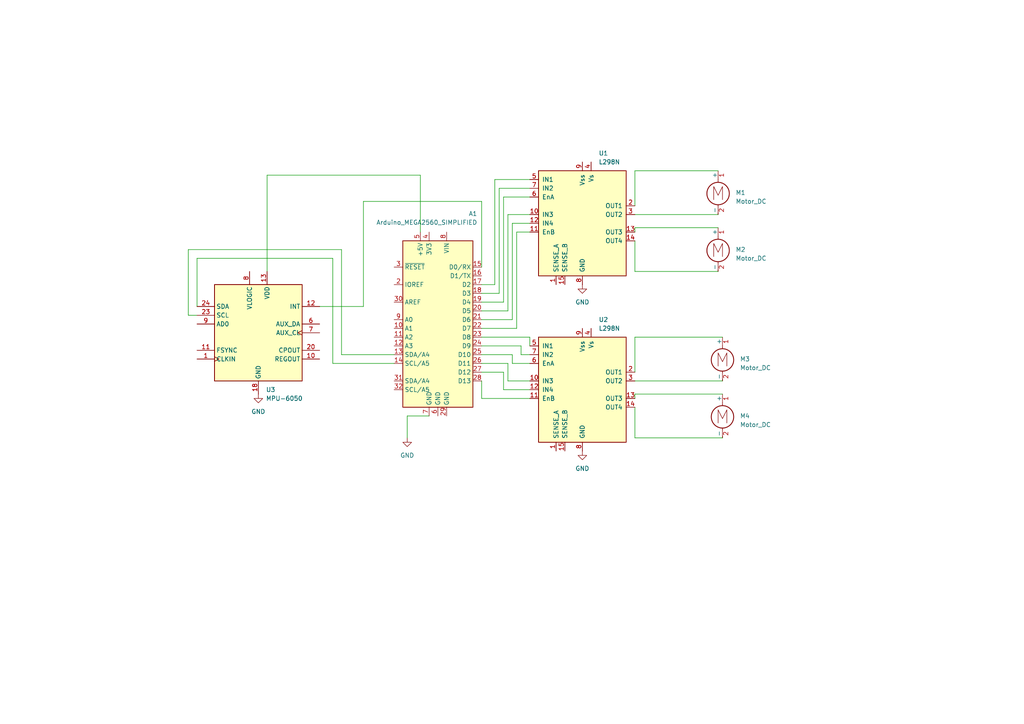
<source format=kicad_sch>
(kicad_sch (version 20231120) (generator "eeschema") (generator_version "8.0")
  (paper "A4")
  (lib_symbols
    (symbol "Driver_Motor:L298N" (pin_names (offset 1.016))
      (property "Reference" "U" (at -10.16 16.51 0))
      (property "Value" "L298N" (at 12.7 16.51 0))
      (symbol "L298N_0_1"
        (rectangle (start -12.7 15.24) (end 12.7 -15.24) (stroke (width 0.254)) (fill (type background)))
      )
      (symbol "L298N_1_1"
        (pin power_in line (at -7.62 -17.78 90) (length 2.54) (name "SENSE_A") (number "1"))
        (pin input line (at -15.24 2.54 0) (length 2.54) (name "IN3") (number "10"))
        (pin input line (at -15.24 -2.54 0) (length 2.54) (name "EnB") (number "11"))
        (pin input line (at -15.24 0 0) (length 2.54) (name "IN4") (number "12"))
        (pin output line (at 15.24 -2.54 180) (length 2.54) (name "OUT3") (number "13"))
        (pin output line (at 15.24 -5.08 180) (length 2.54) (name "OUT4") (number "14"))
        (pin power_in line (at -5.08 -17.78 90) (length 2.54) (name "SENSE_B") (number "15"))
        (pin output line (at 15.24 5.08 180) (length 2.54) (name "OUT1") (number "2"))
        (pin output line (at 15.24 2.54 180) (length 2.54) (name "OUT2") (number "3"))
        (pin power_in line (at 2.54 17.78 270) (length 2.54) (name "Vs") (number "4"))
        (pin input line (at -15.24 12.7 0) (length 2.54) (name "IN1") (number "5"))
        (pin input line (at -15.24 7.62 0) (length 2.54) (name "EnA") (number "6"))
        (pin input line (at -15.24 10.16 0) (length 2.54) (name "IN2") (number "7"))
        (pin power_in line (at 0 -17.78 90) (length 2.54) (name "GND") (number "8"))
        (pin power_in line (at 0 17.78 270) (length 2.54) (name "Vss") (number "9"))
      )
    )
    (symbol "MCU_Module:Arduino_UNO_R3"
      (property "Reference" "A" (at -10.16 23.495 0))
      (property "Value" "Arduino_UNO_R3" (at 5.08 -26.67 0))
      (symbol "Arduino_UNO_R3_0_1"
        (rectangle (start -10.16 22.86) (end 10.16 -25.4) (stroke (width 0.254)) (fill (type background)))
      )
      (symbol "Arduino_UNO_R3_1_1"
        (pin no_connect line (at -10.16 -20.32 0) (length 2.54) hide (name "NC") (number "1"))
        (pin bidirectional line (at 12.7 -2.54 180) (length 2.54) (name "A1") (number "10"))
        (pin bidirectional line (at 12.7 -5.08 180) (length 2.54) (name "A2") (number "11"))
        (pin bidirectional line (at 12.7 -7.62 180) (length 2.54) (name "A3") (number "12"))
        (pin bidirectional line (at 12.7 -10.16 180) (length 2.54) (name "SDA/A4") (number "13"))
        (pin bidirectional line (at 12.7 -12.7 180) (length 2.54) (name "SCL/A5") (number "14"))
        (pin bidirectional line (at -12.7 15.24 0) (length 2.54) (name "D0/RX") (number "15"))
        (pin bidirectional line (at -12.7 12.7 0) (length 2.54) (name "D1/TX") (number "16"))
        (pin bidirectional line (at -12.7 10.16 0) (length 2.54) (name "D2") (number "17"))
        (pin bidirectional line (at -12.7 7.62 0) (length 2.54) (name "D3") (number "18"))
        (pin bidirectional line (at -12.7 5.08 0) (length 2.54) (name "D4") (number "19"))
        (pin output line (at 12.7 10.16 180) (length 2.54) (name "IOREF") (number "2"))
        (pin bidirectional line (at -12.7 2.54 0) (length 2.54) (name "D5") (number "20"))
        (pin bidirectional line (at -12.7 0 0) (length 2.54) (name "D6") (number "21"))
        (pin bidirectional line (at -12.7 -2.54 0) (length 2.54) (name "D7") (number "22"))
        (pin bidirectional line (at -12.7 -5.08 0) (length 2.54) (name "D8") (number "23"))
        (pin bidirectional line (at -12.7 -7.62 0) (length 2.54) (name "D9") (number "24"))
        (pin bidirectional line (at -12.7 -10.16 0) (length 2.54) (name "D10") (number "25"))
        (pin bidirectional line (at -12.7 -12.7 0) (length 2.54) (name "D11") (number "26"))
        (pin bidirectional line (at -12.7 -15.24 0) (length 2.54) (name "D12") (number "27"))
        (pin bidirectional line (at -12.7 -17.78 0) (length 2.54) (name "D13") (number "28"))
        (pin power_in line (at -2.54 -27.94 90) (length 2.54) (name "GND") (number "29"))
        (pin input line (at 12.7 15.24 180) (length 2.54) (name "~{RESET}") (number "3"))
        (pin input line (at 12.7 5.08 180) (length 2.54) (name "AREF") (number "30"))
        (pin bidirectional line (at 12.7 -17.78 180) (length 2.54) (name "SDA/A4") (number "31"))
        (pin bidirectional line (at 12.7 -20.32 180) (length 2.54) (name "SCL/A5") (number "32"))
        (pin power_out line (at 2.54 25.4 270) (length 2.54) (name "3V3") (number "4"))
        (pin power_out line (at 5.08 25.4 270) (length 2.54) (name "+5V") (number "5"))
        (pin power_in line (at 0 -27.94 90) (length 2.54) (name "GND") (number "6"))
        (pin power_in line (at 2.54 -27.94 90) (length 2.54) (name "GND") (number "7"))
        (pin power_in line (at -2.54 25.4 270) (length 2.54) (name "VIN") (number "8"))
        (pin bidirectional line (at 12.7 0 180) (length 2.54) (name "A0") (number "9"))
      )
    )
    (symbol "Motor:Motor_DC" (pin_names (offset 0))
      (property "Reference" "M" (at 2.54 2.54 0))
      (property "Value" "Motor_DC" (at 2.54 -5.08 0))
      (symbol "Motor_DC_0_0"
        (polyline (pts (xy -1.27 -3.302) (xy -1.27 0.508) (xy 0 -2.032) (xy 1.27 0.508) (xy 1.27 -3.302)))
      )
      (symbol "Motor_DC_0_1"
        (circle (center 0 -1.524) (radius 3.2512) (stroke (width 0.254)))
        (polyline (pts (xy 0 -7.62) (xy 0 -7.112)))
        (polyline (pts (xy 0 -4.7752) (xy 0 -5.1816)))
        (polyline (pts (xy 0 1.7272) (xy 0 2.0828)))
        (polyline (pts (xy 0 2.032) (xy 0 2.54)))
      )
      (symbol "Motor_DC_1_1"
        (pin passive line (at 0 5.08 270) (length 2.54) (name "+") (number "1"))
        (pin passive line (at 0 -7.62 90) (length 2.54) (name "-") (number "2"))
      )
    )
    (symbol "Sensor_Motion:MPU-6050"
      (property "Reference" "U" (at -11.43 13.97 0))
      (property "Value" "MPU-6050" (at 7.62 -15.24 0))
      (symbol "MPU-6050_0_0"
        (text "" (at 12.7 -2.54 0) (effects (font (size 1.27 1.27))))
      )
      (symbol "MPU-6050_0_1"
        (rectangle (start -12.7 13.97) (end 12.7 -13.97) (stroke (width 0.254)) (fill (type background)))
      )
      (symbol "MPU-6050_1_1"
        (pin input clock (at -17.78 -7.62 0) (length 5.08) (name "CLKIN") (number "1"))
        (pin passive line (at 17.78 -7.62 180) (length 5.08) (name "REGOUT") (number "10"))
        (pin input line (at -17.78 -5.08 0) (length 5.08) (name "FSYNC") (number "11"))
        (pin output line (at 17.78 7.62 180) (length 5.08) (name "INT") (number "12"))
        (pin power_in line (at 2.54 17.78 270) (length 3.81) (name "VDD") (number "13"))
        (pin no_connect line (at -12.7 -10.16 0) (length 2.54) hide (name "NC") (number "14"))
        (pin no_connect line (at 12.7 12.7 180) (length 2.54) hide (name "NC") (number "15"))
        (pin no_connect line (at 12.7 10.16 180) (length 2.54) hide (name "NC") (number "16"))
        (pin no_connect line (at 12.7 5.08 180) (length 2.54) hide (name "NC") (number "17"))
        (pin power_in line (at 0 -17.78 90) (length 3.81) (name "GND") (number "18"))
        (pin no_connect line (at 12.7 -10.16 180) (length 2.54) hide (name "RESV") (number "19"))
        (pin no_connect line (at -12.7 12.7 0) (length 2.54) hide (name "NC") (number "2"))
        (pin passive line (at 17.78 -5.08 180) (length 5.08) (name "CPOUT") (number "20"))
        (pin no_connect line (at 12.7 -2.54 180) (length 2.54) hide (name "RESV") (number "21"))
        (pin no_connect line (at 12.7 -12.7 180) (length 2.54) hide (name "RESV") (number "22"))
        (pin input line (at -17.78 5.08 0) (length 5.08) (name "SCL") (number "23"))
        (pin bidirectional line (at -17.78 7.62 0) (length 5.08) (name "SDA") (number "24"))
        (pin no_connect line (at -12.7 10.16 0) (length 2.54) hide (name "NC") (number "3"))
        (pin no_connect line (at -12.7 0 0) (length 2.54) hide (name "NC") (number "4"))
        (pin no_connect line (at -12.7 -2.54 0) (length 2.54) hide (name "NC") (number "5"))
        (pin bidirectional line (at 17.78 2.54 180) (length 5.08) (name "AUX_DA") (number "6"))
        (pin output clock (at 17.78 0 180) (length 5.08) (name "AUX_CL") (number "7"))
        (pin power_in line (at -2.54 17.78 270) (length 3.81) (name "VLOGIC") (number "8"))
        (pin input line (at -17.78 2.54 0) (length 5.08) (name "AD0") (number "9"))
      )
    )
    (symbol "power:GND" (power) (pin_numbers hide) (pin_names (offset 0) hide)
      (property "Value" "GND" (at 0 -3.81 0))
      (symbol "GND_0_1"
        (polyline (pts (xy 0 0) (xy 0 -1.27) (xy 1.27 -1.27) (xy 0 -2.54) (xy -1.27 -1.27) (xy 0 -1.27)))
      )
      (symbol "GND_1_1"
        (pin power_in line (at 0 0 270) (length 0) (name "~") (number "1"))
      )
    )
  )
  (wire (pts (xy 184.15 110.49) (xy 209.55 110.49)))
  (wire (pts (xy 146.05 87.63) (xy 139.7 87.63)))
  (wire (pts (xy 208.28 49.53) (xy 184.15 49.53)))
  (wire (pts (xy 144.78 54.61) (xy 144.78 85.09)))
  (wire (pts (xy 147.32 90.17) (xy 139.7 90.17)))
  (wire (pts (xy 151.13 100.33) (xy 139.7 100.33)))
  (wire (pts (xy 139.7 58.42) (xy 139.7 77.47)))
  (wire (pts (xy 153.67 57.15) (xy 146.05 57.15)))
  (wire (pts (xy 184.15 114.3) (xy 184.15 115.57)))
  (wire (pts (xy 148.59 92.71) (xy 139.7 92.71)))
  (wire (pts (xy 57.15 88.9) (xy 57.15 74.93)))
  (wire (pts (xy 153.67 102.87) (xy 151.13 102.87)))
  (wire (pts (xy 153.67 62.23) (xy 147.32 62.23)))
  (wire (pts (xy 92.71 88.9) (xy 105.41 88.9)))
  (wire (pts (xy 153.67 64.77) (xy 148.59 64.77)))
  (wire (pts (xy 77.47 50.8) (xy 121.92 50.8)))
  (wire (pts (xy 121.92 50.8) (xy 121.92 67.31)))
  (wire (pts (xy 148.59 102.87) (xy 139.7 102.87)))
  (wire (pts (xy 209.55 114.3) (xy 184.15 114.3)))
  (wire (pts (xy 149.86 67.31) (xy 149.86 95.25)))
  (wire (pts (xy 143.51 82.55) (xy 139.7 82.55)))
  (wire (pts (xy 147.32 110.49) (xy 147.32 105.41)))
  (wire (pts (xy 151.13 102.87) (xy 151.13 100.33)))
  (wire (pts (xy 149.86 95.25) (xy 139.7 95.25)))
  (wire (pts (xy 208.28 66.04) (xy 184.15 66.04)))
  (wire (pts (xy 184.15 62.23) (xy 208.28 62.23)))
  (wire (pts (xy 146.05 107.95) (xy 139.7 107.95)))
  (wire (pts (xy 146.05 57.15) (xy 146.05 87.63)))
  (wire (pts (xy 96.52 105.41) (xy 114.3 105.41)))
  (wire (pts (xy 118.11 120.65) (xy 118.11 127)))
  (wire (pts (xy 99.06 102.87) (xy 114.3 102.87)))
  (wire (pts (xy 77.47 78.74) (xy 77.47 50.8)))
  (wire (pts (xy 184.15 49.53) (xy 184.15 59.69)))
  (wire (pts (xy 147.32 105.41) (xy 139.7 105.41)))
  (wire (pts (xy 139.7 115.57) (xy 139.7 110.49)))
  (wire (pts (xy 184.15 127) (xy 184.15 118.11)))
  (wire (pts (xy 153.67 110.49) (xy 147.32 110.49)))
  (wire (pts (xy 146.05 113.03) (xy 146.05 107.95)))
  (wire (pts (xy 143.51 52.07) (xy 143.51 82.55)))
  (wire (pts (xy 153.67 105.41) (xy 148.59 105.41)))
  (wire (pts (xy 153.67 100.33) (xy 153.67 97.79)))
  (wire (pts (xy 153.67 113.03) (xy 146.05 113.03)))
  (wire (pts (xy 124.46 120.65) (xy 118.11 120.65)))
  (wire (pts (xy 54.61 91.44) (xy 54.61 72.39)))
  (wire (pts (xy 153.67 52.07) (xy 143.51 52.07)))
  (wire (pts (xy 57.15 74.93) (xy 96.52 74.93)))
  (wire (pts (xy 99.06 72.39) (xy 99.06 102.87)))
  (wire (pts (xy 153.67 67.31) (xy 149.86 67.31)))
  (wire (pts (xy 209.55 127) (xy 184.15 127)))
  (wire (pts (xy 209.55 97.79) (xy 184.15 97.79)))
  (wire (pts (xy 105.41 88.9) (xy 105.41 58.42)))
  (wire (pts (xy 184.15 78.74) (xy 184.15 69.85)))
  (wire (pts (xy 208.28 78.74) (xy 184.15 78.74)))
  (wire (pts (xy 54.61 72.39) (xy 99.06 72.39)))
  (wire (pts (xy 153.67 115.57) (xy 139.7 115.57)))
  (wire (pts (xy 153.67 54.61) (xy 144.78 54.61)))
  (wire (pts (xy 184.15 66.04) (xy 184.15 67.31)))
  (wire (pts (xy 153.67 97.79) (xy 139.7 97.79)))
  (wire (pts (xy 144.78 85.09) (xy 139.7 85.09)))
  (wire (pts (xy 147.32 62.23) (xy 147.32 90.17)))
  (wire (pts (xy 57.15 91.44) (xy 54.61 91.44)))
  (wire (pts (xy 184.15 97.79) (xy 184.15 107.95)))
  (wire (pts (xy 148.59 105.41) (xy 148.59 102.87)))
  (wire (pts (xy 148.59 64.77) (xy 148.59 92.71)))
  (wire (pts (xy 105.41 58.42) (xy 139.7 58.42)))
  (wire (pts (xy 96.52 74.93) (xy 96.52 105.41)))
  (symbol (lib_id "MCU_Module:Arduino_UNO_R3") (at 127 92.71 0) (mirror y) (unit 1)
    (property "Reference" "A1" (at 138.43 61.976 0) (effects (justify left)))
    (property "Value" "Arduino_MEGA2560_SIMPLIFIED" (at 138.43 64.516 0) (effects (justify left)))
    (property "Footprint" "Module:Arduino_UNO_R3" (effects (hide yes)))
    (property "Datasheet" "https://www.arduino.cc/en/Main/arduinoBoardUno" (effects (hide yes)))
    (property "Description" "Arduino UNO Microcontroller Module, release 3" (effects (hide yes)))
  )
  (symbol (lib_id "power:GND") (at 168.91 130.81 0) (unit 1)
    (property "Reference" "#PWR03" (effects (hide yes)))
    (property "Value" "GND" (at 168.91 135.89 0))
    (property "Description" "Power symbol creates a global label with name \"GND\" , ground" (effects (hide yes)))
  )
  (symbol (lib_id "Motor:Motor_DC") (at 208.28 71.12 0) (unit 1)
    (property "Reference" "M2" (at 213.36 72.3899 0) (effects (justify left)))
    (property "Value" "Motor_DC" (at 213.36 74.9299 0) (effects (justify left)))
    (property "Description" "DC Motor" (effects (hide yes)))
  )
  (symbol (lib_id "power:GND") (at 118.11 127 0) (unit 1)
    (property "Reference" "#PWR02" (effects (hide yes)))
    (property "Value" "GND" (at 118.11 132.08 0))
    (property "Description" "Power symbol creates a global label with name \"GND\" , ground" (effects (hide yes)))
  )
  (symbol (lib_id "power:GND") (at 168.91 82.55 0) (unit 1)
    (property "Reference" "#PWR04" (effects (hide yes)))
    (property "Value" "GND" (at 168.91 87.63 0))
    (property "Description" "Power symbol creates a global label with name \"GND\" , ground" (effects (hide yes)))
  )
  (symbol (lib_id "Sensor_Motion:MPU-6050") (at 74.93 96.52 0) (unit 1)
    (property "Reference" "U3" (at 77.1241 113.03 0) (effects (justify left)))
    (property "Value" "MPU-6050" (at 77.1241 115.57 0) (effects (justify left)))
    (property "Footprint" "Sensor_Motion:InvenSense_QFN-24_4x4mm_P0.5mm" (effects (hide yes)))
    (property "Datasheet" "https://invensense.tdk.com/wp-content/uploads/2015/02/MPU-6000-Datasheet1.pdf" (effects (hide yes)))
    (property "Description" "InvenSense 6-Axis Motion Sensor, Gyroscope, Accelerometer, I2C" (effects (hide yes)))
  )
  (symbol (lib_id "Motor:Motor_DC") (at 209.55 102.87 0) (unit 1)
    (property "Reference" "M3" (at 214.63 104.1399 0) (effects (justify left)))
    (property "Value" "Motor_DC" (at 214.63 106.6799 0) (effects (justify left)))
    (property "Description" "DC Motor" (effects (hide yes)))
  )
  (symbol (lib_id "Driver_Motor:L298N") (at 168.91 113.03 0) (unit 1)
    (property "Reference" "U2" (at 173.6441 92.71 0) (effects (justify left)))
    (property "Value" "L298N" (at 173.6441 95.25 0) (effects (justify left)))
    (property "Footprint" "Package_TO_SOT_THT:TO-220-15_P2.54x2.54mm_StaggerOdd_Lead4.58mm_Vertical" (effects (hide yes)))
    (property "Datasheet" "http://www.st.com/st-web-ui/static/active/en/resource/technical/document/datasheet/CD00000240.pdf" (effects (hide yes)))
    (property "Description" "Dual full bridge motor driver, up to 46V, 4A, Multiwatt15-V" (effects (hide yes)))
  )
  (symbol (lib_id "power:GND") (at 74.93 114.3 0) (unit 1)
    (property "Reference" "#PWR01" (effects (hide yes)))
    (property "Value" "GND" (at 74.93 119.38 0))
    (property "Description" "Power symbol creates a global label with name \"GND\" , ground" (effects (hide yes)))
  )
  (symbol (lib_id "Motor:Motor_DC") (at 209.55 119.38 0) (unit 1)
    (property "Reference" "M4" (at 214.63 120.6499 0) (effects (justify left)))
    (property "Value" "Motor_DC" (at 214.63 123.1899 0) (effects (justify left)))
    (property "Description" "DC Motor" (effects (hide yes)))
  )
  (symbol (lib_id "Motor:Motor_DC") (at 208.28 54.61 0) (unit 1)
    (property "Reference" "M1" (at 213.36 55.8799 0) (effects (justify left)))
    (property "Value" "Motor_DC" (at 213.36 58.4199 0) (effects (justify left)))
    (property "Description" "DC Motor" (effects (hide yes)))
  )
  (symbol (lib_id "Driver_Motor:L298N") (at 168.91 64.77 0) (unit 1)
    (property "Reference" "U1" (at 173.6441 44.45 0) (effects (justify left)))
    (property "Value" "L298N" (at 173.6441 46.99 0) (effects (justify left)))
    (property "Footprint" "Package_TO_SOT_THT:TO-220-15_P2.54x2.54mm_StaggerOdd_Lead4.58mm_Vertical" (effects (hide yes)))
    (property "Datasheet" "http://www.st.com/st-web-ui/static/active/en/resource/technical/document/datasheet/CD00000240.pdf" (effects (hide yes)))
    (property "Description" "Dual full bridge motor driver, up to 46V, 4A, Multiwatt15-V" (effects (hide yes)))
  )
)
</source>
